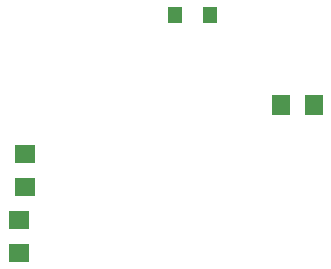
<source format=gtp>
G75*
%MOIN*%
%OFA0B0*%
%FSLAX24Y24*%
%IPPOS*%
%LPD*%
%AMOC8*
5,1,8,0,0,1.08239X$1,22.5*
%
%ADD10R,0.0472X0.0551*%
%ADD11R,0.0630X0.0709*%
%ADD12R,0.0709X0.0630*%
D10*
X006109Y016100D03*
X007291Y016100D03*
D11*
X009649Y013100D03*
X010751Y013100D03*
D12*
X000900Y008149D03*
X000900Y009251D03*
X001100Y010349D03*
X001100Y011451D03*
M02*

</source>
